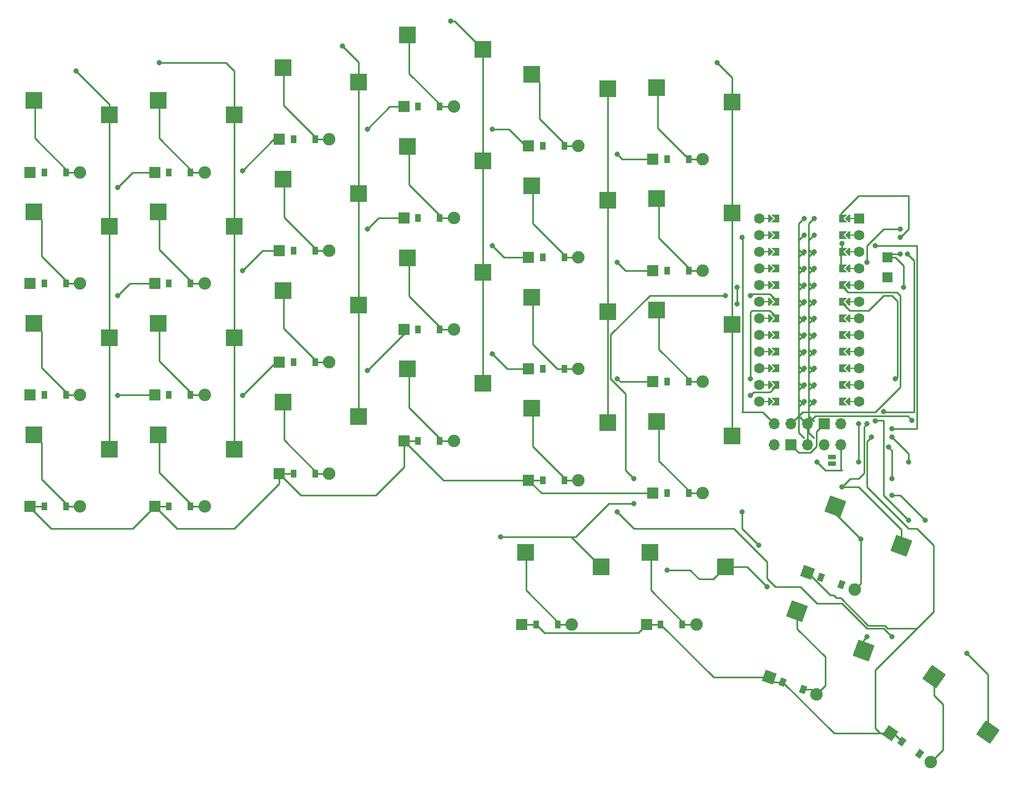
<source format=gbr>
%TF.GenerationSoftware,KiCad,Pcbnew,(6.0.9-0)*%
%TF.CreationDate,2023-01-10T20:54:14-06:00*%
%TF.ProjectId,board,626f6172-642e-46b6-9963-61645f706362,v1.0.0*%
%TF.SameCoordinates,Original*%
%TF.FileFunction,Copper,L2,Bot*%
%TF.FilePolarity,Positive*%
%FSLAX46Y46*%
G04 Gerber Fmt 4.6, Leading zero omitted, Abs format (unit mm)*
G04 Created by KiCad (PCBNEW (6.0.9-0)) date 2023-01-10 20:54:14*
%MOMM*%
%LPD*%
G01*
G04 APERTURE LIST*
G04 Aperture macros list*
%AMRotRect*
0 Rectangle, with rotation*
0 The origin of the aperture is its center*
0 $1 length*
0 $2 width*
0 $3 Rotation angle, in degrees counterclockwise*
0 Add horizontal line*
21,1,$1,$2,0,0,$3*%
%AMFreePoly0*
4,1,5,0.125000,-0.500000,-0.125000,-0.500000,-0.125000,0.500000,0.125000,0.500000,0.125000,-0.500000,0.125000,-0.500000,$1*%
%AMFreePoly1*
4,1,6,0.600000,-0.250000,-0.600000,-0.250000,-0.600000,1.000000,0.000000,0.400000,0.600000,1.000000,0.600000,-0.250000,0.600000,-0.250000,$1*%
%AMFreePoly2*
4,1,6,0.600000,0.200000,0.000000,-0.400000,-0.600000,0.200000,-0.600000,0.400000,0.600000,0.400000,0.600000,0.200000,0.600000,0.200000,$1*%
%AMFreePoly3*
4,1,49,0.004773,0.123721,0.009154,0.124665,0.028961,0.117240,0.062500,0.108253,0.068237,0.102516,0.075053,0.099961,0.087617,0.083136,0.108253,0.062500,0.111178,0.051584,0.117161,0.043572,0.118539,0.024114,0.125000,0.000000,0.121239,-0.014035,0.122131,-0.026629,0.113759,-0.041951,0.108253,-0.062500,0.095644,-0.075109,0.088389,-0.088388,-0.641000,-0.817776,-0.641000,-4.770224,
0.088389,-5.499612,0.109852,-5.528356,0.124665,-5.597154,0.099961,-5.663053,0.043572,-5.705161,-0.026629,-5.710131,-0.088388,-5.676389,-0.854388,-4.910388,-0.867707,-4.892552,-0.871189,-4.889530,-0.871982,-4.886826,-0.875852,-4.881644,-0.882331,-4.851549,-0.891000,-4.822000,-0.891000,-0.766000,-0.887805,-0.743969,-0.888131,-0.739371,-0.886780,-0.736898,-0.885852,-0.730498,-0.869151,-0.704632,
-0.854388,-0.677612,-0.088388,0.088389,-0.064606,0.106147,-0.062500,0.108253,-0.061385,0.108552,-0.059644,0.109852,-0.043806,0.113262,0.000000,0.125000,0.004773,0.123721,0.004773,0.123721,$1*%
G04 Aperture macros list end*
%TA.AperFunction,SMDPad,CuDef*%
%ADD10R,2.600000X2.600000*%
%TD*%
%TA.AperFunction,SMDPad,CuDef*%
%ADD11RotRect,2.600000X2.600000X340.000000*%
%TD*%
%TA.AperFunction,SMDPad,CuDef*%
%ADD12RotRect,2.600000X2.600000X325.000000*%
%TD*%
%TA.AperFunction,SMDPad,CuDef*%
%ADD13R,0.900000X1.200000*%
%TD*%
%TA.AperFunction,ComponentPad*%
%ADD14R,1.778000X1.778000*%
%TD*%
%TA.AperFunction,ComponentPad*%
%ADD15C,1.905000*%
%TD*%
%TA.AperFunction,SMDPad,CuDef*%
%ADD16RotRect,0.900000X1.200000X340.000000*%
%TD*%
%TA.AperFunction,ComponentPad*%
%ADD17RotRect,1.778000X1.778000X340.000000*%
%TD*%
%TA.AperFunction,SMDPad,CuDef*%
%ADD18RotRect,0.900000X1.200000X325.000000*%
%TD*%
%TA.AperFunction,ComponentPad*%
%ADD19RotRect,1.778000X1.778000X325.000000*%
%TD*%
%TA.AperFunction,ComponentPad*%
%ADD20C,1.600000*%
%TD*%
%TA.AperFunction,ComponentPad*%
%ADD21R,1.600000X1.600000*%
%TD*%
%TA.AperFunction,SMDPad,CuDef*%
%ADD22FreePoly0,90.000000*%
%TD*%
%TA.AperFunction,SMDPad,CuDef*%
%ADD23FreePoly1,90.000000*%
%TD*%
%TA.AperFunction,SMDPad,CuDef*%
%ADD24FreePoly2,90.000000*%
%TD*%
%TA.AperFunction,SMDPad,CuDef*%
%ADD25FreePoly0,270.000000*%
%TD*%
%TA.AperFunction,SMDPad,CuDef*%
%ADD26FreePoly2,270.000000*%
%TD*%
%TA.AperFunction,SMDPad,CuDef*%
%ADD27FreePoly1,270.000000*%
%TD*%
%TA.AperFunction,SMDPad,CuDef*%
%ADD28FreePoly3,90.000000*%
%TD*%
%TA.AperFunction,SMDPad,CuDef*%
%ADD29FreePoly3,270.000000*%
%TD*%
%TA.AperFunction,ComponentPad*%
%ADD30C,0.800000*%
%TD*%
%TA.AperFunction,ComponentPad*%
%ADD31O,1.700000X1.700000*%
%TD*%
%TA.AperFunction,ComponentPad*%
%ADD32R,1.700000X1.700000*%
%TD*%
%TA.AperFunction,SMDPad,CuDef*%
%ADD33R,1.500000X1.500000*%
%TD*%
%TA.AperFunction,SMDPad,CuDef*%
%ADD34R,1.143000X0.635000*%
%TD*%
%TA.AperFunction,ViaPad*%
%ADD35C,0.800000*%
%TD*%
%TA.AperFunction,Conductor*%
%ADD36C,0.250000*%
%TD*%
G04 APERTURE END LIST*
D10*
%TO.P,S1,1*%
%TO.N,outer_bottom*%
X21490001Y-77100001D03*
%TO.P,S1,2*%
%TO.N,P20*%
X33040001Y-79300001D03*
%TD*%
%TO.P,S2,1*%
%TO.N,outer_home*%
X21490001Y-60100001D03*
%TO.P,S2,2*%
%TO.N,P20*%
X33040001Y-62300001D03*
%TD*%
%TO.P,S3,1*%
%TO.N,outer_top*%
X21490000Y-43100001D03*
%TO.P,S3,2*%
%TO.N,P20*%
X33040000Y-45300001D03*
%TD*%
%TO.P,S4,1*%
%TO.N,outer_num*%
X21490000Y-26100001D03*
%TO.P,S4,2*%
%TO.N,P20*%
X33040000Y-28300001D03*
%TD*%
%TO.P,S5,1*%
%TO.N,pinky_bottom*%
X40490000Y-77100001D03*
%TO.P,S5,2*%
%TO.N,P19*%
X52040000Y-79300001D03*
%TD*%
%TO.P,S6,1*%
%TO.N,pinky_home*%
X40490001Y-60100001D03*
%TO.P,S6,2*%
%TO.N,P19*%
X52040001Y-62300001D03*
%TD*%
%TO.P,S7,1*%
%TO.N,pinky_top*%
X40490000Y-43100002D03*
%TO.P,S7,2*%
%TO.N,P19*%
X52040000Y-45300002D03*
%TD*%
%TO.P,S8,1*%
%TO.N,pinky_num*%
X40490000Y-26100002D03*
%TO.P,S8,2*%
%TO.N,P19*%
X52040000Y-28300002D03*
%TD*%
%TO.P,S9,1*%
%TO.N,ring_bottom*%
X59490000Y-72100001D03*
%TO.P,S9,2*%
%TO.N,P18*%
X71040000Y-74300001D03*
%TD*%
%TO.P,S10,1*%
%TO.N,ring_home*%
X59490000Y-55100000D03*
%TO.P,S10,2*%
%TO.N,P18*%
X71040000Y-57300000D03*
%TD*%
%TO.P,S11,1*%
%TO.N,ring_top*%
X59490000Y-38100000D03*
%TO.P,S11,2*%
%TO.N,P18*%
X71040000Y-40300000D03*
%TD*%
%TO.P,S12,1*%
%TO.N,ring_num*%
X59490000Y-21100001D03*
%TO.P,S12,2*%
%TO.N,P18*%
X71040000Y-23300001D03*
%TD*%
%TO.P,S13,1*%
%TO.N,middle_bottom*%
X78490001Y-67100001D03*
%TO.P,S13,2*%
%TO.N,P15*%
X90040001Y-69300001D03*
%TD*%
%TO.P,S14,1*%
%TO.N,middle_home*%
X78490000Y-50100001D03*
%TO.P,S14,2*%
%TO.N,P15*%
X90040000Y-52300001D03*
%TD*%
%TO.P,S15,1*%
%TO.N,middle_top*%
X78490000Y-33100001D03*
%TO.P,S15,2*%
%TO.N,P15*%
X90040000Y-35300001D03*
%TD*%
%TO.P,S16,1*%
%TO.N,middle_num*%
X78489999Y-16100001D03*
%TO.P,S16,2*%
%TO.N,P15*%
X90039999Y-18300001D03*
%TD*%
%TO.P,S17,1*%
%TO.N,index_bottom*%
X97490000Y-73100000D03*
%TO.P,S17,2*%
%TO.N,P14*%
X109040000Y-75300000D03*
%TD*%
%TO.P,S18,1*%
%TO.N,index_home*%
X97490001Y-56100000D03*
%TO.P,S18,2*%
%TO.N,P14*%
X109040001Y-58300000D03*
%TD*%
%TO.P,S19,1*%
%TO.N,index_top*%
X97490000Y-39100000D03*
%TO.P,S19,2*%
%TO.N,P14*%
X109040000Y-41300000D03*
%TD*%
%TO.P,S20,1*%
%TO.N,index_num*%
X97490000Y-22100001D03*
%TO.P,S20,2*%
%TO.N,P14*%
X109040000Y-24300001D03*
%TD*%
%TO.P,S21,1*%
%TO.N,inner_bottom*%
X116490001Y-75100001D03*
%TO.P,S21,2*%
%TO.N,P16*%
X128040001Y-77300001D03*
%TD*%
%TO.P,S22,1*%
%TO.N,inner_home*%
X116490000Y-58100002D03*
%TO.P,S22,2*%
%TO.N,P16*%
X128040000Y-60300002D03*
%TD*%
%TO.P,S23,1*%
%TO.N,inner_top*%
X116489999Y-41100001D03*
%TO.P,S23,2*%
%TO.N,P16*%
X128039999Y-43300001D03*
%TD*%
%TO.P,S24,1*%
%TO.N,inner_num*%
X116490001Y-24100000D03*
%TO.P,S24,2*%
%TO.N,P16*%
X128040001Y-26300000D03*
%TD*%
%TO.P,S25,1*%
%TO.N,near1_home*%
X96490000Y-95100001D03*
%TO.P,S25,2*%
%TO.N,P20*%
X108040000Y-97300001D03*
%TD*%
%TO.P,S26,1*%
%TO.N,near2_home*%
X115490000Y-95100001D03*
%TO.P,S26,2*%
%TO.N,P19*%
X127040000Y-97300001D03*
%TD*%
D11*
%TO.P,S27,1*%
%TO.N,home_home*%
X137967961Y-104035893D03*
%TO.P,S27,2*%
%TO.N,P18*%
X148068966Y-110053549D03*
%TD*%
%TO.P,S28,1*%
%TO.N,home_top*%
X143782303Y-88061118D03*
%TO.P,S28,2*%
%TO.N,P15*%
X153883308Y-94078774D03*
%TD*%
D12*
%TO.P,S29,1*%
%TO.N,far_home*%
X158846126Y-114050891D03*
%TO.P,S29,2*%
%TO.N,P14*%
X167045464Y-122477833D03*
%TD*%
D13*
%TO.P,D1,2*%
%TO.N,outer_bottom*%
X26415000Y-88050001D03*
%TO.P,D1,1*%
%TO.N,P7*%
X23115000Y-88050001D03*
D14*
X20955000Y-88050001D03*
D15*
%TO.P,D1,2*%
%TO.N,outer_bottom*%
X28575000Y-88050001D03*
%TD*%
D13*
%TO.P,D2,2*%
%TO.N,outer_home*%
X26415001Y-71050000D03*
%TO.P,D2,1*%
%TO.N,P6*%
X23115001Y-71050000D03*
D14*
X20955001Y-71050000D03*
D15*
%TO.P,D2,2*%
%TO.N,outer_home*%
X28575001Y-71050000D03*
%TD*%
D13*
%TO.P,D3,2*%
%TO.N,outer_top*%
X26414999Y-54050001D03*
%TO.P,D3,1*%
%TO.N,P5*%
X23114999Y-54050001D03*
D14*
X20954999Y-54050001D03*
D15*
%TO.P,D3,2*%
%TO.N,outer_top*%
X28574999Y-54050001D03*
%TD*%
D13*
%TO.P,D4,2*%
%TO.N,outer_num*%
X26415000Y-37050001D03*
%TO.P,D4,1*%
%TO.N,P4*%
X23115000Y-37050001D03*
D14*
X20955000Y-37050001D03*
D15*
%TO.P,D4,2*%
%TO.N,outer_num*%
X28575000Y-37050001D03*
%TD*%
D13*
%TO.P,D5,2*%
%TO.N,pinky_bottom*%
X45415001Y-88050001D03*
%TO.P,D5,1*%
%TO.N,P7*%
X42115001Y-88050001D03*
D14*
X39955001Y-88050001D03*
D15*
%TO.P,D5,2*%
%TO.N,pinky_bottom*%
X47575001Y-88050001D03*
%TD*%
D13*
%TO.P,D6,2*%
%TO.N,pinky_home*%
X45415000Y-71050001D03*
%TO.P,D6,1*%
%TO.N,P6*%
X42115000Y-71050001D03*
D14*
X39955000Y-71050001D03*
D15*
%TO.P,D6,2*%
%TO.N,pinky_home*%
X47575000Y-71050001D03*
%TD*%
D13*
%TO.P,D7,2*%
%TO.N,pinky_top*%
X45415000Y-54050000D03*
%TO.P,D7,1*%
%TO.N,P5*%
X42115000Y-54050000D03*
D14*
X39955000Y-54050000D03*
D15*
%TO.P,D7,2*%
%TO.N,pinky_top*%
X47575000Y-54050000D03*
%TD*%
D13*
%TO.P,D8,2*%
%TO.N,pinky_num*%
X45415000Y-37050000D03*
%TO.P,D8,1*%
%TO.N,P4*%
X42115000Y-37050000D03*
D14*
X39955000Y-37050000D03*
D15*
%TO.P,D8,2*%
%TO.N,pinky_num*%
X47575000Y-37050000D03*
%TD*%
D13*
%TO.P,D9,2*%
%TO.N,ring_bottom*%
X64415000Y-83050002D03*
%TO.P,D9,1*%
%TO.N,P7*%
X61115000Y-83050002D03*
D14*
X58955000Y-83050002D03*
D15*
%TO.P,D9,2*%
%TO.N,ring_bottom*%
X66575000Y-83050002D03*
%TD*%
D13*
%TO.P,D10,2*%
%TO.N,ring_home*%
X64415000Y-66050002D03*
%TO.P,D10,1*%
%TO.N,P6*%
X61115000Y-66050002D03*
D14*
X58955000Y-66050002D03*
D15*
%TO.P,D10,2*%
%TO.N,ring_home*%
X66575000Y-66050002D03*
%TD*%
D13*
%TO.P,D11,2*%
%TO.N,ring_top*%
X64415000Y-49050002D03*
%TO.P,D11,1*%
%TO.N,P5*%
X61115000Y-49050002D03*
D14*
X58955000Y-49050002D03*
D15*
%TO.P,D11,2*%
%TO.N,ring_top*%
X66575000Y-49050002D03*
%TD*%
D13*
%TO.P,D12,2*%
%TO.N,ring_num*%
X64415000Y-32050000D03*
%TO.P,D12,1*%
%TO.N,P4*%
X61115000Y-32050000D03*
D14*
X58955000Y-32050000D03*
D15*
%TO.P,D12,2*%
%TO.N,ring_num*%
X66575000Y-32050000D03*
%TD*%
D13*
%TO.P,D13,2*%
%TO.N,middle_bottom*%
X83415000Y-78050000D03*
%TO.P,D13,1*%
%TO.N,P7*%
X80115000Y-78050000D03*
D14*
X77955000Y-78050000D03*
D15*
%TO.P,D13,2*%
%TO.N,middle_bottom*%
X85575000Y-78050000D03*
%TD*%
D13*
%TO.P,D14,2*%
%TO.N,middle_home*%
X83414999Y-61050001D03*
%TO.P,D14,1*%
%TO.N,P6*%
X80114999Y-61050001D03*
D14*
X77954999Y-61050001D03*
D15*
%TO.P,D14,2*%
%TO.N,middle_home*%
X85574999Y-61050001D03*
%TD*%
D13*
%TO.P,D15,2*%
%TO.N,middle_top*%
X83415001Y-44050000D03*
%TO.P,D15,1*%
%TO.N,P5*%
X80115001Y-44050000D03*
D14*
X77955001Y-44050000D03*
D15*
%TO.P,D15,2*%
%TO.N,middle_top*%
X85575001Y-44050000D03*
%TD*%
D13*
%TO.P,D16,2*%
%TO.N,middle_num*%
X83415001Y-27050000D03*
%TO.P,D16,1*%
%TO.N,P4*%
X80115001Y-27050000D03*
D14*
X77955001Y-27050000D03*
D15*
%TO.P,D16,2*%
%TO.N,middle_num*%
X85575001Y-27050000D03*
%TD*%
D13*
%TO.P,D17,2*%
%TO.N,index_bottom*%
X102415000Y-84050000D03*
%TO.P,D17,1*%
%TO.N,P7*%
X99115000Y-84050000D03*
D14*
X96955000Y-84050000D03*
D15*
%TO.P,D17,2*%
%TO.N,index_bottom*%
X104575000Y-84050000D03*
%TD*%
D13*
%TO.P,D18,2*%
%TO.N,index_home*%
X102415001Y-67050001D03*
%TO.P,D18,1*%
%TO.N,P6*%
X99115001Y-67050001D03*
D14*
X96955001Y-67050001D03*
D15*
%TO.P,D18,2*%
%TO.N,index_home*%
X104575001Y-67050001D03*
%TD*%
D13*
%TO.P,D19,2*%
%TO.N,index_top*%
X102414999Y-50050001D03*
%TO.P,D19,1*%
%TO.N,P5*%
X99114999Y-50050001D03*
D14*
X96954999Y-50050001D03*
D15*
%TO.P,D19,2*%
%TO.N,index_top*%
X104574999Y-50050001D03*
%TD*%
D13*
%TO.P,D20,2*%
%TO.N,index_num*%
X102415000Y-33050001D03*
%TO.P,D20,1*%
%TO.N,P4*%
X99115000Y-33050001D03*
D14*
X96955000Y-33050001D03*
D15*
%TO.P,D20,2*%
%TO.N,index_num*%
X104575000Y-33050001D03*
%TD*%
D13*
%TO.P,D21,2*%
%TO.N,inner_bottom*%
X121414999Y-86050002D03*
%TO.P,D21,1*%
%TO.N,P7*%
X118114999Y-86050002D03*
D14*
X115954999Y-86050002D03*
D15*
%TO.P,D21,2*%
%TO.N,inner_bottom*%
X123574999Y-86050002D03*
%TD*%
D13*
%TO.P,D22,2*%
%TO.N,inner_home*%
X121415000Y-69050001D03*
%TO.P,D22,1*%
%TO.N,P6*%
X118115000Y-69050001D03*
D14*
X115955000Y-69050001D03*
D15*
%TO.P,D22,2*%
%TO.N,inner_home*%
X123575000Y-69050001D03*
%TD*%
D13*
%TO.P,D23,2*%
%TO.N,inner_top*%
X121415000Y-52050000D03*
%TO.P,D23,1*%
%TO.N,P5*%
X118115000Y-52050000D03*
D14*
X115955000Y-52050000D03*
D15*
%TO.P,D23,2*%
%TO.N,inner_top*%
X123575000Y-52050000D03*
%TD*%
D13*
%TO.P,D24,2*%
%TO.N,inner_num*%
X121415000Y-35050000D03*
%TO.P,D24,1*%
%TO.N,P4*%
X118115000Y-35050000D03*
D14*
X115955000Y-35050000D03*
D15*
%TO.P,D24,2*%
%TO.N,inner_num*%
X123575000Y-35050000D03*
%TD*%
D13*
%TO.P,D25,2*%
%TO.N,near1_home*%
X101415000Y-106050000D03*
%TO.P,D25,1*%
%TO.N,P3*%
X98115000Y-106050000D03*
D14*
X95955000Y-106050000D03*
D15*
%TO.P,D25,2*%
%TO.N,near1_home*%
X103575000Y-106050000D03*
%TD*%
D13*
%TO.P,D26,2*%
%TO.N,near2_home*%
X120415001Y-106050000D03*
%TO.P,D26,1*%
%TO.N,P3*%
X117115001Y-106050000D03*
D14*
X114955001Y-106050000D03*
D15*
%TO.P,D26,2*%
%TO.N,near2_home*%
X122575001Y-106050000D03*
%TD*%
D16*
%TO.P,D27,2*%
%TO.N,home_home*%
X138850826Y-116009977D03*
%TO.P,D27,1*%
%TO.N,P3*%
X135749840Y-114881311D03*
D17*
X133720104Y-114142547D03*
D15*
%TO.P,D27,2*%
%TO.N,home_home*%
X140880562Y-116748741D03*
%TD*%
D16*
%TO.P,D28,2*%
%TO.N,home_top*%
X144665169Y-100035202D03*
%TO.P,D28,1*%
%TO.N,P3*%
X141564183Y-98906536D03*
D17*
X139534447Y-98167772D03*
D15*
%TO.P,D28,2*%
%TO.N,home_top*%
X146694905Y-100773966D03*
%TD*%
D18*
%TO.P,D29,2*%
%TO.N,far_home*%
X156599788Y-125845469D03*
%TO.P,D29,1*%
%TO.N,P3*%
X153896586Y-123952667D03*
D19*
X152127218Y-122713742D03*
D15*
%TO.P,D29,2*%
%TO.N,far_home*%
X158369156Y-127084394D03*
%TD*%
D20*
%TO.P,MCU1,*%
%TO.N,*%
X132145000Y-44080001D03*
X132145000Y-46620001D03*
X132145000Y-49160001D03*
X132145000Y-51700001D03*
X132145000Y-54240001D03*
X132145000Y-56780001D03*
X132145000Y-59320001D03*
X132145000Y-61860001D03*
X132145000Y-64400001D03*
X132145000Y-66940001D03*
X132145000Y-69480001D03*
X132145000Y-72020001D03*
X147385000Y-72020001D03*
X147385000Y-69480001D03*
X147385000Y-66940001D03*
X147385000Y-64400001D03*
X147385000Y-61860001D03*
X147385000Y-59320001D03*
X147385000Y-56780001D03*
X147385000Y-54240001D03*
X147385000Y-51700001D03*
X147385000Y-49160001D03*
X147385000Y-46620001D03*
X147385000Y-44080001D03*
D21*
X147385000Y-44080001D03*
D22*
X133415000Y-44080001D03*
D23*
%TO.P,MCU1,1*%
%TO.N,RAW*%
X134939000Y-44080001D03*
D24*
%TO.P,MCU1,*%
%TO.N,*%
X133923000Y-44080001D03*
D22*
X133415000Y-46620001D03*
D24*
X133923000Y-46620001D03*
D23*
%TO.P,MCU1,2*%
%TO.N,N/C*%
X134939000Y-46620001D03*
D22*
%TO.P,MCU1,*%
%TO.N,*%
X133415000Y-49160001D03*
D24*
X133923000Y-49160001D03*
D23*
%TO.P,MCU1,3*%
%TO.N,RST*%
X134939000Y-49160001D03*
D22*
%TO.P,MCU1,*%
%TO.N,*%
X133415000Y-51700001D03*
D24*
X133923000Y-51700001D03*
D23*
%TO.P,MCU1,4*%
%TO.N,VCC*%
X134939000Y-51700001D03*
D22*
%TO.P,MCU1,*%
%TO.N,*%
X133415000Y-54240001D03*
D24*
X133923000Y-54240001D03*
D23*
%TO.P,MCU1,5*%
%TO.N,P21*%
X134939000Y-54240001D03*
D22*
%TO.P,MCU1,*%
%TO.N,*%
X133415000Y-56780001D03*
D24*
X133923000Y-56780001D03*
D23*
%TO.P,MCU1,6*%
%TO.N,P20*%
X134939000Y-56780001D03*
D22*
%TO.P,MCU1,*%
%TO.N,*%
X133415000Y-59320001D03*
D24*
X133923000Y-59320001D03*
D23*
%TO.P,MCU1,7*%
%TO.N,P19*%
X134939000Y-59320001D03*
D22*
%TO.P,MCU1,*%
%TO.N,*%
X133415000Y-61860001D03*
D24*
X133923000Y-61860001D03*
D23*
%TO.P,MCU1,8*%
%TO.N,P18*%
X134939000Y-61860001D03*
D22*
%TO.P,MCU1,*%
%TO.N,*%
X133415000Y-64400001D03*
D24*
X133923000Y-64400001D03*
D23*
%TO.P,MCU1,9*%
%TO.N,P15*%
X134939000Y-64400001D03*
D22*
%TO.P,MCU1,*%
%TO.N,*%
X133415000Y-66940001D03*
D24*
X133923000Y-66940001D03*
D23*
%TO.P,MCU1,10*%
%TO.N,P14*%
X134939000Y-66940001D03*
D22*
%TO.P,MCU1,*%
%TO.N,*%
X133415000Y-69480001D03*
D24*
X133923000Y-69480001D03*
D23*
%TO.P,MCU1,11*%
%TO.N,P16*%
X134939000Y-69480001D03*
D22*
%TO.P,MCU1,*%
%TO.N,*%
X133415000Y-72020001D03*
D24*
X133923000Y-72020001D03*
D23*
%TO.P,MCU1,12*%
%TO.N,P10*%
X134939000Y-72020001D03*
D25*
%TO.P,MCU1,*%
%TO.N,*%
X146115000Y-44080001D03*
D26*
X145607000Y-44080001D03*
D27*
%TO.P,MCU1,24*%
%TO.N,P1*%
X144591000Y-44080001D03*
%TO.P,MCU1,23*%
%TO.N,P0*%
X144591000Y-46620001D03*
D25*
%TO.P,MCU1,*%
%TO.N,*%
X146115000Y-46620001D03*
D26*
X145607000Y-46620001D03*
D27*
%TO.P,MCU1,22*%
%TO.N,GND*%
X144591000Y-49160001D03*
D25*
%TO.P,MCU1,*%
%TO.N,*%
X146115000Y-49160001D03*
D26*
X145607000Y-49160001D03*
D27*
%TO.P,MCU1,21*%
%TO.N,GND*%
X144591000Y-51700001D03*
D25*
%TO.P,MCU1,*%
%TO.N,*%
X146115000Y-51700001D03*
D26*
X145607000Y-51700001D03*
D27*
%TO.P,MCU1,20*%
%TO.N,P2*%
X144591000Y-54240001D03*
D25*
%TO.P,MCU1,*%
%TO.N,*%
X146115000Y-54240001D03*
D26*
X145607000Y-54240001D03*
D27*
%TO.P,MCU1,19*%
%TO.N,P3*%
X144591000Y-56780001D03*
D25*
%TO.P,MCU1,*%
%TO.N,*%
X146115000Y-56780001D03*
D26*
X145607000Y-56780001D03*
D27*
%TO.P,MCU1,18*%
%TO.N,P4*%
X144591000Y-59320001D03*
D25*
%TO.P,MCU1,*%
%TO.N,*%
X146115000Y-59320001D03*
D26*
X145607000Y-59320001D03*
D27*
%TO.P,MCU1,17*%
%TO.N,P5*%
X144591000Y-61860001D03*
D25*
%TO.P,MCU1,*%
%TO.N,*%
X146115000Y-61860001D03*
D26*
X145607000Y-61860001D03*
D27*
%TO.P,MCU1,16*%
%TO.N,P6*%
X144591000Y-64400001D03*
D25*
%TO.P,MCU1,*%
%TO.N,*%
X146115000Y-64400001D03*
D26*
X145607000Y-64400001D03*
D27*
%TO.P,MCU1,15*%
%TO.N,P7*%
X144591000Y-66940001D03*
D25*
%TO.P,MCU1,*%
%TO.N,*%
X146115000Y-66940001D03*
D26*
X145607000Y-66940001D03*
D27*
%TO.P,MCU1,14*%
%TO.N,P8*%
X144591000Y-69480001D03*
D25*
%TO.P,MCU1,*%
%TO.N,*%
X146115000Y-69480001D03*
D26*
X145607000Y-69480001D03*
D27*
%TO.P,MCU1,13*%
%TO.N,P9*%
X144591000Y-72020001D03*
D25*
%TO.P,MCU1,*%
%TO.N,*%
X146115000Y-72020001D03*
D26*
X145607000Y-72020001D03*
D28*
%TO.P,MCU1,23*%
%TO.N,P0*%
X139003000Y-46620001D03*
D29*
%TO.P,MCU1,2*%
%TO.N,GND*%
X140527000Y-46620001D03*
D30*
X140527000Y-46620001D03*
%TO.P,MCU1,23*%
%TO.N,P0*%
X139003000Y-46620001D03*
%TO.P,MCU1,24*%
%TO.N,P1*%
X139003000Y-44080001D03*
%TO.P,MCU1,1*%
%TO.N,RAW*%
X140527000Y-44080001D03*
D28*
%TO.P,MCU1,24*%
%TO.N,P1*%
X139003000Y-44080001D03*
D29*
%TO.P,MCU1,1*%
%TO.N,RAW*%
X140527000Y-44080001D03*
D30*
%TO.P,MCU1,22*%
%TO.N,GND*%
X139003000Y-49160001D03*
%TO.P,MCU1,3*%
%TO.N,RST*%
X140527000Y-49160001D03*
D28*
%TO.P,MCU1,22*%
%TO.N,GND*%
X139003000Y-49160001D03*
D29*
%TO.P,MCU1,3*%
%TO.N,RST*%
X140527000Y-49160001D03*
D30*
%TO.P,MCU1,21*%
%TO.N,GND*%
X139003000Y-51700001D03*
%TO.P,MCU1,4*%
%TO.N,VCC*%
X140527000Y-51700001D03*
D28*
%TO.P,MCU1,21*%
%TO.N,GND*%
X139003000Y-51700001D03*
D29*
%TO.P,MCU1,4*%
%TO.N,VCC*%
X140527000Y-51700001D03*
D30*
%TO.P,MCU1,20*%
%TO.N,P2*%
X139003000Y-54240001D03*
%TO.P,MCU1,5*%
%TO.N,P21*%
X140527000Y-54240001D03*
D28*
%TO.P,MCU1,20*%
%TO.N,P2*%
X139003000Y-54240001D03*
D29*
%TO.P,MCU1,5*%
%TO.N,P21*%
X140527000Y-54240001D03*
D30*
%TO.P,MCU1,19*%
%TO.N,P3*%
X139003000Y-56780001D03*
%TO.P,MCU1,6*%
%TO.N,P20*%
X140527000Y-56780001D03*
D28*
%TO.P,MCU1,19*%
%TO.N,P3*%
X139003000Y-56780001D03*
D29*
%TO.P,MCU1,6*%
%TO.N,P20*%
X140527000Y-56780001D03*
D30*
%TO.P,MCU1,18*%
%TO.N,P4*%
X139003000Y-59320001D03*
%TO.P,MCU1,7*%
%TO.N,P19*%
X140527000Y-59320001D03*
D28*
%TO.P,MCU1,18*%
%TO.N,P4*%
X139003000Y-59320001D03*
D29*
%TO.P,MCU1,7*%
%TO.N,P19*%
X140527000Y-59320001D03*
D30*
%TO.P,MCU1,17*%
%TO.N,P5*%
X139003000Y-61860001D03*
%TO.P,MCU1,8*%
%TO.N,P18*%
X140527000Y-61860001D03*
D28*
%TO.P,MCU1,17*%
%TO.N,P5*%
X139003000Y-61860001D03*
D29*
%TO.P,MCU1,8*%
%TO.N,P18*%
X140527000Y-61860001D03*
D30*
%TO.P,MCU1,16*%
%TO.N,P6*%
X139003000Y-64400001D03*
%TO.P,MCU1,9*%
%TO.N,P15*%
X140527000Y-64400001D03*
D28*
%TO.P,MCU1,16*%
%TO.N,P6*%
X139003000Y-64400001D03*
D29*
%TO.P,MCU1,9*%
%TO.N,P15*%
X140527000Y-64400001D03*
D30*
%TO.P,MCU1,15*%
%TO.N,P7*%
X139003000Y-66940001D03*
%TO.P,MCU1,10*%
%TO.N,P14*%
X140527000Y-66940001D03*
D28*
%TO.P,MCU1,15*%
%TO.N,P7*%
X139003000Y-66940001D03*
D29*
%TO.P,MCU1,10*%
%TO.N,P14*%
X140527000Y-66940001D03*
D30*
%TO.P,MCU1,14*%
%TO.N,P8*%
X139003000Y-69480001D03*
%TO.P,MCU1,11*%
%TO.N,P16*%
X140527000Y-69480001D03*
D28*
%TO.P,MCU1,14*%
%TO.N,P8*%
X139003000Y-69480001D03*
D29*
%TO.P,MCU1,11*%
%TO.N,P16*%
X140527000Y-69480001D03*
D30*
%TO.P,MCU1,13*%
%TO.N,P9*%
X139003000Y-72020001D03*
%TO.P,MCU1,12*%
%TO.N,P10*%
X140527000Y-72020001D03*
D28*
%TO.P,MCU1,13*%
%TO.N,P9*%
X139003000Y-72020001D03*
D29*
%TO.P,MCU1,12*%
%TO.N,P10*%
X140527000Y-72020001D03*
%TD*%
D31*
%TO.P,OLED1,4*%
%TO.N,P0*%
X134445000Y-75450001D03*
%TO.P,OLED1,3*%
%TO.N,P2*%
X136985000Y-75450001D03*
%TO.P,OLED1,2*%
%TO.N,VCC*%
X139525000Y-75450001D03*
D32*
%TO.P,OLED1,1*%
%TO.N,GND*%
X142065000Y-75450001D03*
D31*
%TO.P,OLED1,0*%
%TO.N,P1*%
X144605000Y-75450001D03*
%TD*%
%TO.P,OLED2,4*%
%TO.N,P0*%
X144585000Y-78650000D03*
%TO.P,OLED2,3*%
%TO.N,P2*%
X142045000Y-78650000D03*
%TO.P,OLED2,2*%
%TO.N,VCC*%
X139505000Y-78650000D03*
D32*
%TO.P,OLED2,1*%
%TO.N,GND*%
X136965000Y-78650000D03*
D31*
%TO.P,OLED2,0*%
%TO.N,P1*%
X134425000Y-78650000D03*
%TD*%
D33*
%TO.P,PAD1,1*%
%TO.N,Bplus*%
X151765000Y-53050002D03*
%TD*%
%TO.P,PAD2,1*%
%TO.N,GND*%
X151765000Y-50050001D03*
%TD*%
D34*
%TO.P,J1,1*%
%TO.N,Bplus*%
X143265000Y-80549621D03*
%TO.P,J1,2*%
%TO.N,RAW*%
X143265000Y-81550381D03*
%TD*%
D35*
%TO.N,GND*%
X144761577Y-47964826D03*
%TO.N,P4*%
X128764500Y-57150000D03*
X128764500Y-54610000D03*
X34290000Y-39370000D03*
X53340000Y-36830000D03*
X72390000Y-30480000D03*
X91440000Y-30480000D03*
X110490000Y-34290000D03*
%TO.N,home_top*%
X147647405Y-93037405D03*
%TO.N,P16*%
X125730000Y-20320000D03*
%TO.N,P14*%
X109040000Y-24300001D03*
%TO.N,P15*%
X85090000Y-13970000D03*
%TO.N,P18*%
X68580000Y-17780000D03*
%TO.N,P19*%
X40640000Y-20320000D03*
%TO.N,P20*%
X27940000Y-21590000D03*
%TO.N,P14*%
X147320000Y-75475500D03*
X157480000Y-90170000D03*
X147320000Y-81280000D03*
X152400000Y-86360000D03*
%TO.N,P18*%
X148590000Y-107950000D03*
%TO.N,RST*%
X152400000Y-83820000D03*
X151854500Y-79036570D03*
%TO.N,P15*%
X144780000Y-85090000D03*
X148618276Y-75475500D03*
%TO.N,P18*%
X149860000Y-74999501D03*
X154940000Y-90170000D03*
%TO.N,P19*%
X133350000Y-100330000D03*
X132080000Y-93980000D03*
X129540000Y-88900000D03*
X130810000Y-68580000D03*
X118110000Y-97790000D03*
%TO.N,P20*%
X113030000Y-83820000D03*
X130810000Y-55880000D03*
X113030000Y-87630000D03*
X127000000Y-55880000D03*
X92710000Y-92710000D03*
%TO.N,P6*%
X34290000Y-71120000D03*
X53340000Y-71120000D03*
X72390000Y-67310000D03*
X91440000Y-64770000D03*
X110490000Y-68580000D03*
%TO.N,P5*%
X34290000Y-55880000D03*
X53340000Y-52070000D03*
X72390000Y-45720000D03*
X91440000Y-48260000D03*
X110490000Y-50800000D03*
%TO.N,P14*%
X163830000Y-110490000D03*
X110490000Y-88900000D03*
X152400000Y-107950000D03*
%TO.N,P16*%
X130810000Y-71120000D03*
%TO.N,P3*%
X152945500Y-68580000D03*
X149265499Y-77470000D03*
%TO.N,P0*%
X129540000Y-46990000D03*
%TO.N,GND*%
X153670000Y-49530000D03*
X154215500Y-54610000D03*
X152400000Y-77470000D03*
X154940000Y-81280000D03*
%TO.N,P1*%
X153670000Y-46990000D03*
X154761000Y-49530000D03*
X151130000Y-73550501D03*
%TO.N,P0*%
X140970000Y-81280000D03*
X140970000Y-81280000D03*
%TO.N,VCC*%
X155485500Y-74930000D03*
X148590000Y-50800000D03*
X153670000Y-45720000D03*
%TO.N,RST*%
X152400000Y-76200000D03*
X149860000Y-48260000D03*
%TD*%
D36*
%TO.N,GND*%
X144591000Y-49160001D02*
X144591000Y-51700001D01*
X144761577Y-47964826D02*
X144761577Y-48989424D01*
X144761577Y-48989424D02*
X144591000Y-49160001D01*
%TO.N,P4*%
X128764500Y-54610000D02*
X128764500Y-57150000D01*
%TO.N,outer_num*%
X28575000Y-37050001D02*
X26809999Y-37050001D01*
X21640001Y-31880003D02*
X21640001Y-26250002D01*
X26809999Y-37050001D02*
X21640001Y-31880003D01*
X21640001Y-26250002D02*
X21490000Y-26100001D01*
%TO.N,outer_top*%
X28574999Y-54050001D02*
X26809999Y-54050001D01*
X26809999Y-54050001D02*
X22675499Y-49915501D01*
X22675499Y-49915501D02*
X22675499Y-44285500D01*
X22675499Y-44285500D02*
X21490000Y-43100001D01*
%TO.N,outer_home*%
X28575001Y-71050000D02*
X26809999Y-71050000D01*
X22675500Y-66915501D02*
X22675500Y-61285500D01*
X26809999Y-71050000D02*
X22675500Y-66915501D01*
X22675500Y-61285500D02*
X21490001Y-60100001D01*
%TO.N,outer_bottom*%
X28575000Y-88050001D02*
X26810000Y-88050001D01*
X26810000Y-88050001D02*
X22675500Y-83915501D01*
X22675500Y-83915501D02*
X22675500Y-78285500D01*
X22675500Y-78285500D02*
X21490001Y-77100001D01*
%TO.N,pinky_num*%
X47575000Y-37050000D02*
X45809997Y-37050000D01*
X45809997Y-37050000D02*
X40640001Y-31880004D01*
X40640001Y-26250003D02*
X40490000Y-26100002D01*
X40640001Y-31880004D02*
X40640001Y-26250003D01*
%TO.N,pinky_top*%
X47575000Y-54050000D02*
X45809997Y-54050000D01*
X45809997Y-54050000D02*
X40640000Y-48880003D01*
X40640000Y-48880003D02*
X40640000Y-43250002D01*
X40640000Y-43250002D02*
X40490000Y-43100002D01*
%TO.N,pinky_home*%
X47575000Y-71050001D02*
X45810000Y-71050001D01*
X45810000Y-71050001D02*
X40640000Y-65880001D01*
X40640000Y-65880001D02*
X40640000Y-60250000D01*
X40640000Y-60250000D02*
X40490001Y-60100001D01*
%TO.N,pinky_bottom*%
X47575001Y-88050001D02*
X45809999Y-88050001D01*
X45809999Y-88050001D02*
X40640000Y-82880002D01*
X40640000Y-82880002D02*
X40640000Y-77250001D01*
X40640000Y-77250001D02*
X40490000Y-77100001D01*
%TO.N,ring_num*%
X66575000Y-32050000D02*
X64809998Y-32050000D01*
X64809998Y-32050000D02*
X59640001Y-26880003D01*
X59640001Y-26880003D02*
X59640001Y-21250002D01*
X59640001Y-21250002D02*
X59490000Y-21100001D01*
%TO.N,ring_top*%
X66575000Y-49050002D02*
X64810001Y-49050002D01*
X64810001Y-49050002D02*
X59690000Y-43930001D01*
X59690000Y-38300000D02*
X59490000Y-38100000D01*
X59690000Y-43930001D02*
X59690000Y-38300000D01*
%TO.N,ring_home*%
X66575000Y-66050002D02*
X64810001Y-66050002D01*
X64810001Y-66050002D02*
X59640001Y-60880002D01*
X59640001Y-60880002D02*
X59640001Y-55250001D01*
X59640001Y-55250001D02*
X59490000Y-55100000D01*
%TO.N,ring_bottom*%
X66575000Y-83050002D02*
X64810000Y-83050002D01*
X64810000Y-83050002D02*
X59690000Y-77930002D01*
X59690000Y-77930002D02*
X59690000Y-72300001D01*
X59690000Y-72300001D02*
X59490000Y-72100001D01*
%TO.N,middle_num*%
X85575001Y-27050000D02*
X83809997Y-27050000D01*
X83809997Y-27050000D02*
X78740000Y-21980003D01*
X78740000Y-21980003D02*
X78740000Y-16350002D01*
X78740000Y-16350002D02*
X78489999Y-16100001D01*
%TO.N,middle_top*%
X85575001Y-44050000D02*
X83809998Y-44050000D01*
X83809998Y-44050000D02*
X78740000Y-38980002D01*
X78740000Y-38980002D02*
X78740000Y-33350001D01*
X78740000Y-33350001D02*
X78490000Y-33100001D01*
%TO.N,middle_home*%
X85574999Y-61050001D02*
X83809999Y-61050001D01*
X83809999Y-61050001D02*
X78740000Y-55980002D01*
X78740000Y-55980002D02*
X78740000Y-50350001D01*
X78740000Y-50350001D02*
X78490000Y-50100001D01*
%TO.N,middle_bottom*%
X85575000Y-78050000D02*
X83809999Y-78050000D01*
X78740000Y-67350000D02*
X78490001Y-67100001D01*
X83809999Y-78050000D02*
X78740000Y-72980001D01*
X78740000Y-72980001D02*
X78740000Y-67350000D01*
%TO.N,index_num*%
X104575000Y-33050001D02*
X102809999Y-33050001D01*
X102809999Y-33050001D02*
X98675499Y-28915501D01*
X98675499Y-28915501D02*
X98675499Y-23285500D01*
X98675499Y-23285500D02*
X97490000Y-22100001D01*
%TO.N,index_top*%
X104574999Y-50050001D02*
X102810000Y-50050001D01*
X102810000Y-50050001D02*
X97640001Y-44880002D01*
X97640001Y-39250001D02*
X97490000Y-39100000D01*
X97640001Y-44880002D02*
X97640001Y-39250001D01*
%TO.N,index_home*%
X104575001Y-67050001D02*
X101340001Y-67050001D01*
X101340001Y-67050001D02*
X97640002Y-63350002D01*
X97640002Y-63350002D02*
X97640002Y-56250001D01*
X97640002Y-56250001D02*
X97490001Y-56100000D01*
%TO.N,index_bottom*%
X104575000Y-84050000D02*
X102809999Y-84050000D01*
X102809999Y-84050000D02*
X97640001Y-78880002D01*
X97640001Y-78880002D02*
X97640001Y-73250001D01*
X97640001Y-73250001D02*
X97490000Y-73100000D01*
%TO.N,P4*%
X36610000Y-37050000D02*
X34290000Y-39370000D01*
X39955000Y-37050000D02*
X36610000Y-37050000D01*
X58955000Y-32050000D02*
X58120000Y-32050000D01*
X58120000Y-32050000D02*
X53340000Y-36830000D01*
X75820000Y-27050000D02*
X72390000Y-30480000D01*
X77955001Y-27050000D02*
X75820000Y-27050000D01*
X93980000Y-30480000D02*
X91440000Y-30480000D01*
X96520000Y-33020000D02*
X93980000Y-30480000D01*
X96955000Y-33050001D02*
X96550001Y-33050001D01*
X96550001Y-33050001D02*
X96520000Y-33020000D01*
X111250000Y-35050000D02*
X110490000Y-34290000D01*
X115955000Y-35050000D02*
X111250000Y-35050000D01*
%TO.N,inner_num*%
X121415000Y-35050000D02*
X116640002Y-30275002D01*
X116640002Y-30275002D02*
X116640002Y-24250001D01*
X116640002Y-24250001D02*
X116490001Y-24100000D01*
X123575000Y-35050000D02*
X121415000Y-35050000D01*
%TO.N,inner_top*%
X123575000Y-52050000D02*
X121809997Y-52050000D01*
X121809997Y-52050000D02*
X116840000Y-47080003D01*
X116840000Y-47080003D02*
X116840000Y-41450002D01*
X116840000Y-41450002D02*
X116489999Y-41100001D01*
X121940000Y-52050000D02*
X121920000Y-52070000D01*
X123575000Y-52050000D02*
X121940000Y-52050000D01*
X121920000Y-52070000D02*
X121435000Y-52070000D01*
X121435000Y-52070000D02*
X121415000Y-52050000D01*
%TO.N,inner_home*%
X123575000Y-69050001D02*
X121809998Y-69050001D01*
X116840000Y-64080003D02*
X116840000Y-58450002D01*
X116840000Y-58450002D02*
X116490000Y-58100002D01*
X121809998Y-69050001D02*
X116840000Y-64080003D01*
%TO.N,inner_bottom*%
X123574999Y-86050002D02*
X121810001Y-86050002D01*
X121810001Y-86050002D02*
X116840000Y-81080001D01*
X116840000Y-81080001D02*
X116840000Y-75450000D01*
X116840000Y-75450000D02*
X116490001Y-75100001D01*
X123574999Y-86050002D02*
X121414999Y-86050002D01*
%TO.N,near1_home*%
X103575000Y-106050000D02*
X101809998Y-106050000D01*
X96640001Y-100880003D02*
X96640001Y-95250002D01*
X101809998Y-106050000D02*
X96640001Y-100880003D01*
X96640001Y-95250002D02*
X96490000Y-95100001D01*
X103575000Y-106050000D02*
X101415000Y-106050000D01*
%TO.N,near2_home*%
X122575001Y-106050000D02*
X120809998Y-106050000D01*
X115640001Y-95250002D02*
X115490000Y-95100001D01*
X120809998Y-106050000D02*
X115640001Y-100880003D01*
X115640001Y-100880003D02*
X115640001Y-95250002D01*
%TO.N,home_top*%
X146694905Y-100773966D02*
X147647405Y-99821466D01*
X147647405Y-99821466D02*
X147647405Y-93037405D01*
X147647405Y-93037405D02*
X143782303Y-89172303D01*
X143782303Y-89172303D02*
X143782303Y-88061118D01*
%TO.N,P3*%
X158750000Y-104140000D02*
X156210000Y-106680000D01*
X156210000Y-106680000D02*
X149860000Y-113030000D01*
X139534447Y-98167772D02*
X142966675Y-101600000D01*
X151316396Y-106230000D02*
X151766396Y-106680000D01*
X142966675Y-101600000D02*
X143510000Y-101600000D01*
X143510000Y-101600000D02*
X143961466Y-102051466D01*
X143961466Y-102051466D02*
X144597862Y-102051466D01*
X144597862Y-102051466D02*
X148776396Y-106230000D01*
X148776396Y-106230000D02*
X151316396Y-106230000D01*
X151766396Y-106680000D02*
X156210000Y-106680000D01*
%TO.N,far_home*%
X158369156Y-127084394D02*
X160205570Y-125247980D01*
X160205570Y-125247980D02*
X160205570Y-118295570D01*
X160205570Y-118295570D02*
X158846126Y-116936126D01*
X158846126Y-116936126D02*
X158846126Y-114050891D01*
%TO.N,home_home*%
X138850826Y-116009977D02*
X140141798Y-116009977D01*
X140141798Y-116009977D02*
X140880562Y-116748741D01*
X137967961Y-104035893D02*
X137967961Y-106749706D01*
X137967961Y-106749706D02*
X142240000Y-111021745D01*
X142240000Y-111021745D02*
X142240000Y-115389303D01*
X142240000Y-115389303D02*
X140880562Y-116748741D01*
%TO.N,P16*%
X125730000Y-20320000D02*
X128040001Y-22630001D01*
X128040001Y-22630001D02*
X128040001Y-26300000D01*
%TO.N,P15*%
X85090000Y-13970000D02*
X85709998Y-13970000D01*
X85709998Y-13970000D02*
X90039999Y-18300001D01*
%TO.N,P18*%
X68580000Y-17780000D02*
X71040000Y-20240000D01*
X71040000Y-20240000D02*
X71040000Y-23300001D01*
%TO.N,P19*%
X40640000Y-20320000D02*
X50800000Y-20320000D01*
X50800000Y-20320000D02*
X52040000Y-21560000D01*
X52040000Y-21560000D02*
X52040000Y-28300002D01*
%TO.N,P20*%
X33040000Y-28300001D02*
X33040000Y-26690000D01*
X33040000Y-26690000D02*
X27940000Y-21590000D01*
%TO.N,P14*%
X157480000Y-90170000D02*
X153670000Y-86360000D01*
X153670000Y-86360000D02*
X152400000Y-86360000D01*
X147320000Y-81280000D02*
X147320000Y-75475500D01*
%TO.N,P18*%
X148068966Y-110053549D02*
X148068966Y-108471034D01*
X148068966Y-108471034D02*
X148590000Y-107950000D01*
%TO.N,P15*%
X153883308Y-91653308D02*
X147320000Y-85090000D01*
X153883308Y-94078774D02*
X153883308Y-91653308D01*
X147320000Y-85090000D02*
X144780000Y-85090000D01*
%TO.N,RST*%
X151854500Y-79036570D02*
X152400000Y-79582070D01*
X152400000Y-79582070D02*
X152400000Y-83820000D01*
%TO.N,P15*%
X144780000Y-85090000D02*
X146050000Y-83820000D01*
X148140000Y-75953776D02*
X148618276Y-75475500D01*
X146050000Y-83820000D02*
X147320000Y-83820000D01*
X147320000Y-83820000D02*
X148140000Y-83000000D01*
X148140000Y-82550000D02*
X148140000Y-75953776D01*
X148140000Y-83000000D02*
X148140000Y-82550000D01*
%TO.N,P18*%
X149929501Y-74930000D02*
X149860000Y-74999501D01*
X151130000Y-74930000D02*
X149929501Y-74930000D01*
X151130000Y-86360000D02*
X151130000Y-74930000D01*
X154940000Y-90170000D02*
X151130000Y-86360000D01*
%TO.N,P1*%
X155760000Y-73660000D02*
X155760000Y-50529000D01*
X151130000Y-73550501D02*
X151239499Y-73660000D01*
X151239499Y-73660000D02*
X155760000Y-73660000D01*
X155760000Y-50529000D02*
X154761000Y-49530000D01*
%TO.N,P3*%
X149265499Y-77470000D02*
X148590000Y-78145499D01*
X148590000Y-78145499D02*
X148590000Y-85090000D01*
X148590000Y-85090000D02*
X154940000Y-91440000D01*
X154940000Y-91440000D02*
X156210000Y-91440000D01*
X156210000Y-91440000D02*
X158750000Y-93980000D01*
X158750000Y-93980000D02*
X158750000Y-104140000D01*
X149860000Y-113030000D02*
X149860000Y-121920000D01*
X149860000Y-121920000D02*
X150653742Y-122713742D01*
X150653742Y-122713742D02*
X152127218Y-122713742D01*
%TO.N,P19*%
X130810000Y-68580000D02*
X130810000Y-58420000D01*
X130320001Y-97300001D02*
X133350000Y-100330000D01*
X132080000Y-93980000D02*
X129540000Y-91440000D01*
X127040000Y-97300001D02*
X130320001Y-97300001D01*
X129540000Y-91440000D02*
X129540000Y-88900000D01*
X130810000Y-58420000D02*
X131034999Y-58195001D01*
X133814000Y-58195001D02*
X134939000Y-59320001D01*
X131034999Y-58195001D02*
X133814000Y-58195001D01*
X122988349Y-99175002D02*
X125164999Y-99175002D01*
X118110000Y-97790000D02*
X121603347Y-97790000D01*
X121603347Y-97790000D02*
X122988349Y-99175002D01*
X125164999Y-99175002D02*
X127040000Y-97300001D01*
%TO.N,P20*%
X104140000Y-92710000D02*
X109220000Y-87630000D01*
X92710000Y-92710000D02*
X104140000Y-92710000D01*
X130810000Y-55880000D02*
X131034999Y-55655001D01*
X111760000Y-70875305D02*
X109490000Y-68605305D01*
X109220000Y-87630000D02*
X113030000Y-87630000D01*
X109490000Y-68605305D02*
X109490000Y-61850002D01*
X111760000Y-82550000D02*
X111760000Y-70875305D01*
X109490000Y-61850002D02*
X115460002Y-55880000D01*
X115460002Y-55880000D02*
X127000000Y-55880000D01*
X113030000Y-83820000D02*
X111760000Y-82550000D01*
X131034999Y-55655001D02*
X133814000Y-55655001D01*
X133814000Y-55655001D02*
X134939000Y-56780001D01*
X103449999Y-92710000D02*
X108040000Y-97300001D01*
X92710000Y-92710000D02*
X103449999Y-92710000D01*
%TO.N,P7*%
X20955000Y-88050001D02*
X23115000Y-88050001D01*
X36565002Y-91440000D02*
X24130000Y-91440000D01*
X39955001Y-88050001D02*
X36565002Y-91440000D01*
X24130000Y-91440000D02*
X20955000Y-88265000D01*
X20955000Y-88265000D02*
X20955000Y-88050001D01*
X39955001Y-88050001D02*
X42115001Y-88050001D01*
X58955000Y-84555000D02*
X52070000Y-91440000D01*
X58955000Y-83050002D02*
X58955000Y-84555000D01*
X52070000Y-91440000D02*
X43345000Y-91440000D01*
X43345000Y-91440000D02*
X39955001Y-88050001D01*
X58955000Y-83050002D02*
X61115000Y-83050002D01*
X77955000Y-82065000D02*
X73660000Y-86360000D01*
X77955000Y-78050000D02*
X77955000Y-82065000D01*
X73660000Y-86360000D02*
X62264998Y-86360000D01*
X62264998Y-86360000D02*
X58955000Y-83050002D01*
X77955000Y-78050000D02*
X80115000Y-78050000D01*
X96955000Y-84050000D02*
X83955000Y-84050000D01*
X83955000Y-84050000D02*
X77955000Y-78050000D01*
X96955000Y-84050000D02*
X99115000Y-84050000D01*
X115954999Y-86050002D02*
X98955002Y-86050002D01*
X98955002Y-86050002D02*
X96955000Y-84050000D01*
%TO.N,P6*%
X34359999Y-71050001D02*
X34290000Y-71120000D01*
X39955000Y-71050001D02*
X34359999Y-71050001D01*
X58409998Y-66050002D02*
X53340000Y-71120000D01*
X58955000Y-66050002D02*
X58409998Y-66050002D01*
X77954999Y-61745001D02*
X72390000Y-67310000D01*
X77954999Y-61050001D02*
X77954999Y-61745001D01*
X93720001Y-67050001D02*
X91440000Y-64770000D01*
X96955001Y-67050001D02*
X93720001Y-67050001D01*
X110960001Y-69050001D02*
X110490000Y-68580000D01*
X115955000Y-69050001D02*
X110960001Y-69050001D01*
%TO.N,P5*%
X36120000Y-54050000D02*
X34290000Y-55880000D01*
X39955000Y-54050000D02*
X36120000Y-54050000D01*
X58955000Y-49050002D02*
X56359998Y-49050002D01*
X56359998Y-49050002D02*
X53340000Y-52070000D01*
X74060000Y-44050000D02*
X72390000Y-45720000D01*
X77955001Y-44050000D02*
X74060000Y-44050000D01*
X93230001Y-50050001D02*
X91440000Y-48260000D01*
X96954999Y-50050001D02*
X93230001Y-50050001D01*
X111740000Y-52050000D02*
X110490000Y-50800000D01*
X115955000Y-52050000D02*
X111740000Y-52050000D01*
%TO.N,P14*%
X167045464Y-113705464D02*
X165100000Y-111760000D01*
X165100000Y-111760000D02*
X163830000Y-110490000D01*
X167045464Y-122477833D02*
X167045464Y-113705464D01*
X138430000Y-100330000D02*
X139700000Y-101600000D01*
X110490000Y-88900000D02*
X113030000Y-91440000D01*
X132080000Y-95250000D02*
X133350000Y-96520000D01*
X133350000Y-99060000D02*
X134620000Y-100330000D01*
X147320000Y-105410000D02*
X148590000Y-106680000D01*
X151130000Y-106680000D02*
X152400000Y-107950000D01*
X143510000Y-102870000D02*
X144780000Y-102870000D01*
X144780000Y-102870000D02*
X147320000Y-105410000D01*
X135890000Y-100330000D02*
X138430000Y-100330000D01*
X133350000Y-96520000D02*
X133350000Y-99060000D01*
X134620000Y-100330000D02*
X135890000Y-100330000D01*
X128270000Y-91440000D02*
X132080000Y-95250000D01*
X139700000Y-101600000D02*
X140970000Y-102870000D01*
X148590000Y-106680000D02*
X151130000Y-106680000D01*
X113030000Y-91440000D02*
X128270000Y-91440000D01*
X140970000Y-102870000D02*
X143510000Y-102870000D01*
%TO.N,P16*%
X128039999Y-43300001D02*
X128039999Y-26300002D01*
X128039999Y-26300002D02*
X128040001Y-26300000D01*
X128040000Y-60300002D02*
X128039999Y-43300001D01*
X128040001Y-77300001D02*
X128040000Y-60300002D01*
%TO.N,P14*%
X109040000Y-75300000D02*
X109040001Y-58300000D01*
%TO.N,P15*%
X90040000Y-35300001D02*
X90039999Y-18300001D01*
X90040000Y-52300001D02*
X90040000Y-35300001D01*
%TO.N,P16*%
X130810000Y-71120000D02*
X131324999Y-70605001D01*
X131324999Y-70605001D02*
X133814000Y-70605001D01*
X133814000Y-70605001D02*
X134939000Y-69480001D01*
%TO.N,P14*%
X109040000Y-41300000D02*
X109040000Y-24300001D01*
X109040001Y-58300000D02*
X109040000Y-41300000D01*
%TO.N,P15*%
X90040001Y-69300001D02*
X90040000Y-52300001D01*
%TO.N,P18*%
X71040000Y-40300000D02*
X71040000Y-23300001D01*
X71040000Y-57300000D02*
X71040000Y-40300000D01*
X71040000Y-74300001D02*
X71040000Y-57300000D01*
%TO.N,P19*%
X52040001Y-62300001D02*
X52040000Y-79300001D01*
X52040000Y-45300002D02*
X52040001Y-62300001D01*
X52040000Y-28300002D02*
X52040000Y-45300002D01*
%TO.N,P20*%
X33040000Y-45300001D02*
X33040000Y-28300001D01*
X33040001Y-62300001D02*
X33040000Y-45300001D01*
X33040001Y-79300001D02*
X33040001Y-62300001D01*
%TO.N,P3*%
X98115000Y-106050000D02*
X95955000Y-106050000D01*
X114955001Y-106050000D02*
X113677501Y-107327500D01*
X113677501Y-107327500D02*
X99392500Y-107327500D01*
X99392500Y-107327500D02*
X98115000Y-106050000D01*
X117115001Y-106050000D02*
X114955001Y-106050000D01*
X133720104Y-114142547D02*
X125207548Y-114142547D01*
X125207548Y-114142547D02*
X117115001Y-106050000D01*
X135749840Y-114881311D02*
X134458868Y-114881311D01*
X134458868Y-114881311D02*
X133720104Y-114142547D01*
X152127218Y-122713742D02*
X143582271Y-122713742D01*
X143582271Y-122713742D02*
X135749840Y-114881311D01*
X152127218Y-122713742D02*
X152657661Y-122713742D01*
X152657661Y-122713742D02*
X153896586Y-123952667D01*
X153220000Y-68305500D02*
X152945500Y-68580000D01*
X144591000Y-56780001D02*
X146006000Y-58195001D01*
X148814999Y-58195001D02*
X151130000Y-55880000D01*
X147095001Y-58195001D02*
X148814999Y-58195001D01*
X153220000Y-58420000D02*
X153220000Y-68305500D01*
X153220000Y-56700000D02*
X153220000Y-58420000D01*
X152400000Y-55880000D02*
X153220000Y-56700000D01*
X146006000Y-58195001D02*
X147095001Y-58195001D01*
X151130000Y-55880000D02*
X152400000Y-55880000D01*
%TO.N,P2*%
X136985000Y-75450001D02*
X138775001Y-73660000D01*
X153670000Y-55880000D02*
X153155001Y-55365001D01*
X138775001Y-73660000D02*
X149860000Y-73660000D01*
X145716000Y-55365001D02*
X144591000Y-54240001D01*
X149860000Y-73660000D02*
X153670000Y-69850000D01*
X153670000Y-69850000D02*
X153670000Y-55880000D01*
X153155001Y-55365001D02*
X145716000Y-55365001D01*
%TO.N,P0*%
X129665000Y-47115000D02*
X129540000Y-46990000D01*
X129665000Y-73535000D02*
X129665000Y-47115000D01*
X129540000Y-73660000D02*
X129665000Y-73535000D01*
X134445000Y-75450001D02*
X132654999Y-73660000D01*
X132654999Y-73660000D02*
X129540000Y-73660000D01*
%TO.N,GND*%
X153670000Y-49530000D02*
X152285001Y-49530000D01*
X152285001Y-49530000D02*
X151765000Y-50050001D01*
X154215500Y-54610000D02*
X154215500Y-51345500D01*
X154215500Y-51345500D02*
X152920001Y-50050001D01*
X152920001Y-50050001D02*
X151765000Y-50050001D01*
X154940000Y-80010000D02*
X152400000Y-77470000D01*
X154940000Y-81280000D02*
X154940000Y-80010000D01*
%TO.N,P1*%
X154940000Y-40640000D02*
X154940000Y-45720000D01*
X154940000Y-45720000D02*
X153670000Y-46990000D01*
X144591000Y-44080001D02*
X144591000Y-43369000D01*
X147320000Y-40640000D02*
X154940000Y-40640000D01*
X144591000Y-43369000D02*
X147320000Y-40640000D01*
%TO.N,P0*%
X142240000Y-82550000D02*
X144780000Y-82550000D01*
X140970000Y-81280000D02*
X142240000Y-82550000D01*
X144780000Y-82550000D02*
X144585000Y-82355000D01*
X144585000Y-82355000D02*
X144585000Y-78650000D01*
%TO.N,GND*%
X136965000Y-78650000D02*
X138140000Y-79825000D01*
X138140000Y-79825000D02*
X139991701Y-79825000D01*
X140870000Y-78946701D02*
X140870000Y-76645001D01*
X139991701Y-79825000D02*
X140870000Y-78946701D01*
X140870000Y-76645001D02*
X142065000Y-75450001D01*
%TO.N,VCC*%
X139525000Y-75450001D02*
X139525000Y-78630000D01*
X139525000Y-78630000D02*
X139505000Y-78650000D01*
X148590000Y-48260000D02*
X151130000Y-45720000D01*
X148590000Y-50800000D02*
X148590000Y-48260000D01*
X151130000Y-45720000D02*
X153670000Y-45720000D01*
X155485500Y-74930000D02*
X154830501Y-74275001D01*
X154830501Y-74275001D02*
X140700000Y-74275001D01*
X140700000Y-74275001D02*
X139525000Y-75450001D01*
%TO.N,RST*%
X149860000Y-48260000D02*
X156210000Y-48260000D01*
X156210000Y-76200000D02*
X152400000Y-76200000D01*
X156210000Y-48260000D02*
X156210000Y-76200000D01*
%TD*%
M02*

</source>
